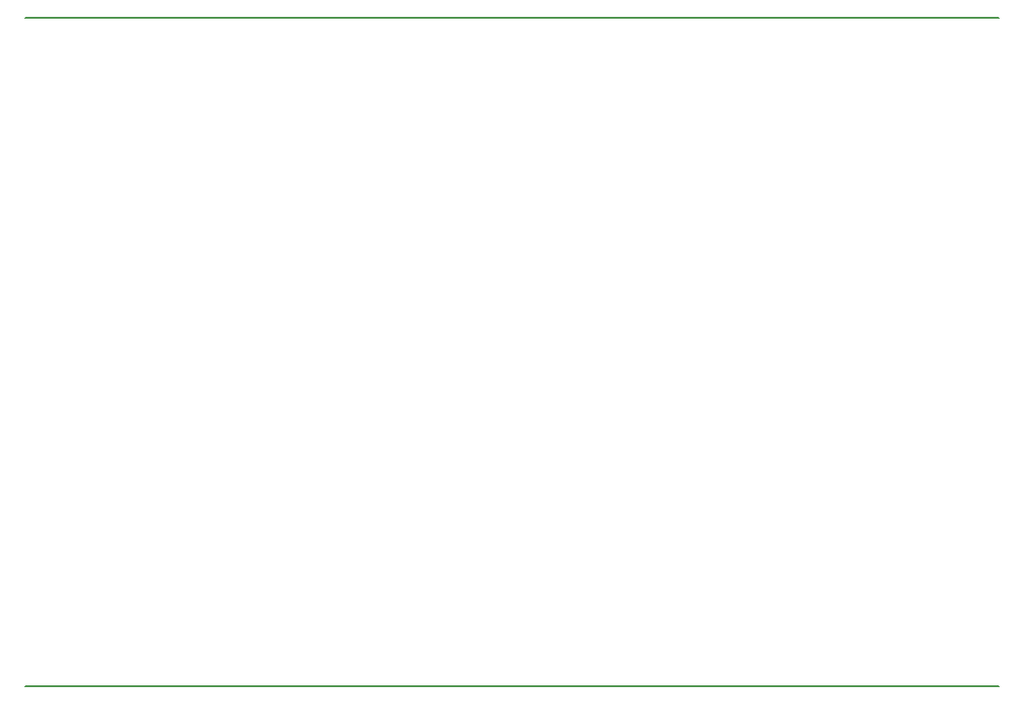
<source format=gbr>
%TF.GenerationSoftware,KiCad,Pcbnew,(6.0.0-0)*%
%TF.CreationDate,2023-01-03T09:21:55+01:00*%
%TF.ProjectId,epanel-controller,6570616e-656c-42d6-936f-6e74726f6c6c,rev?*%
%TF.SameCoordinates,Original*%
%TF.FileFunction,Other,Comment*%
%FSLAX46Y46*%
G04 Gerber Fmt 4.6, Leading zero omitted, Abs format (unit mm)*
G04 Created by KiCad (PCBNEW (6.0.0-0)) date 2023-01-03 09:21:55*
%MOMM*%
%LPD*%
G01*
G04 APERTURE LIST*
%ADD10C,0.150000*%
G04 APERTURE END LIST*
D10*
X90000000Y-123500000D02*
X178000000Y-123500000D01*
X90000000Y-63000000D02*
X178000000Y-63000000D01*
M02*

</source>
